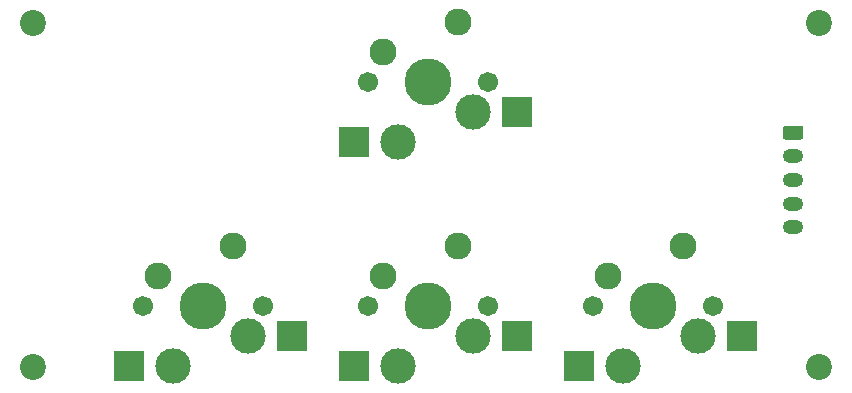
<source format=gbs>
%TF.GenerationSoftware,KiCad,Pcbnew,(5.1.12)-1*%
%TF.CreationDate,2021-12-31T17:27:04-05:00*%
%TF.ProjectId,4keymacropad,346b6579-6d61-4637-926f-7061642e6b69,rev?*%
%TF.SameCoordinates,Original*%
%TF.FileFunction,Soldermask,Bot*%
%TF.FilePolarity,Negative*%
%FSLAX46Y46*%
G04 Gerber Fmt 4.6, Leading zero omitted, Abs format (unit mm)*
G04 Created by KiCad (PCBNEW (5.1.12)-1) date 2021-12-31 17:27:04*
%MOMM*%
%LPD*%
G01*
G04 APERTURE LIST*
%ADD10C,2.200000*%
%ADD11R,2.550000X2.500000*%
%ADD12C,3.000000*%
%ADD13C,2.286000*%
%ADD14C,3.987800*%
%ADD15C,1.701800*%
%ADD16O,1.750000X1.200000*%
G04 APERTURE END LIST*
D10*
%TO.C,REF\u002A\u002A*%
X101219000Y-106172000D03*
%TD*%
%TO.C,REF\u002A\u002A*%
X101219000Y-77025500D03*
%TD*%
%TO.C,REF\u002A\u002A*%
X167767000Y-106108500D03*
%TD*%
%TO.C,REF\u002A\u002A*%
X167703500Y-77025500D03*
%TD*%
D11*
%TO.C,SW3*%
X128330000Y-106045000D03*
D12*
X132080000Y-106045000D03*
X138430000Y-103505000D03*
D13*
X137160000Y-95885000D03*
D14*
X134620000Y-100965000D03*
D13*
X130810000Y-98425000D03*
D15*
X139700000Y-100965000D03*
X129540000Y-100965000D03*
D11*
X142180000Y-103505000D03*
%TD*%
%TO.C,SW1*%
X142180000Y-84582000D03*
D15*
X129540000Y-82042000D03*
X139700000Y-82042000D03*
D13*
X130810000Y-79502000D03*
D14*
X134620000Y-82042000D03*
D13*
X137160000Y-76962000D03*
D12*
X138430000Y-84582000D03*
X132080000Y-87122000D03*
D11*
X128330000Y-87122000D03*
%TD*%
%TO.C,J1*%
G36*
G01*
X164919499Y-85696500D02*
X166169501Y-85696500D01*
G75*
G02*
X166419500Y-85946499I0J-249999D01*
G01*
X166419500Y-86646501D01*
G75*
G02*
X166169501Y-86896500I-249999J0D01*
G01*
X164919499Y-86896500D01*
G75*
G02*
X164669500Y-86646501I0J249999D01*
G01*
X164669500Y-85946499D01*
G75*
G02*
X164919499Y-85696500I249999J0D01*
G01*
G37*
D16*
X165544500Y-88296500D03*
X165544500Y-90296500D03*
X165544500Y-92296500D03*
X165544500Y-94296500D03*
%TD*%
D11*
%TO.C,SW2*%
X109280000Y-106045000D03*
D12*
X113030000Y-106045000D03*
X119380000Y-103505000D03*
D13*
X118110000Y-95885000D03*
D14*
X115570000Y-100965000D03*
D13*
X111760000Y-98425000D03*
D15*
X120650000Y-100965000D03*
X110490000Y-100965000D03*
D11*
X123130000Y-103505000D03*
%TD*%
%TO.C,SW4*%
X161230000Y-103505000D03*
D15*
X148590000Y-100965000D03*
X158750000Y-100965000D03*
D13*
X149860000Y-98425000D03*
D14*
X153670000Y-100965000D03*
D13*
X156210000Y-95885000D03*
D12*
X157480000Y-103505000D03*
X151130000Y-106045000D03*
D11*
X147380000Y-106045000D03*
%TD*%
M02*

</source>
